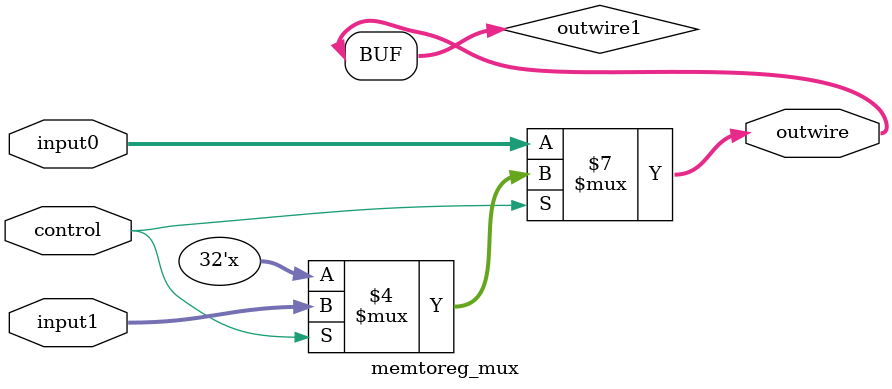
<source format=v>
`timescale 1ns / 1ps


module memtoreg_mux(
    input wire control,
    input wire [31:0] input0,
    input wire [31:0] input1,
    output wire [31:0] outwire
    );
    reg [31:0] outwire1;
    //state machine that switch the output
    always @(*) begin
    if (control==0) outwire1<=input0;
    else if(control==1) outwire1<=input1;
    end
    assign outwire=outwire1;
endmodule

</source>
